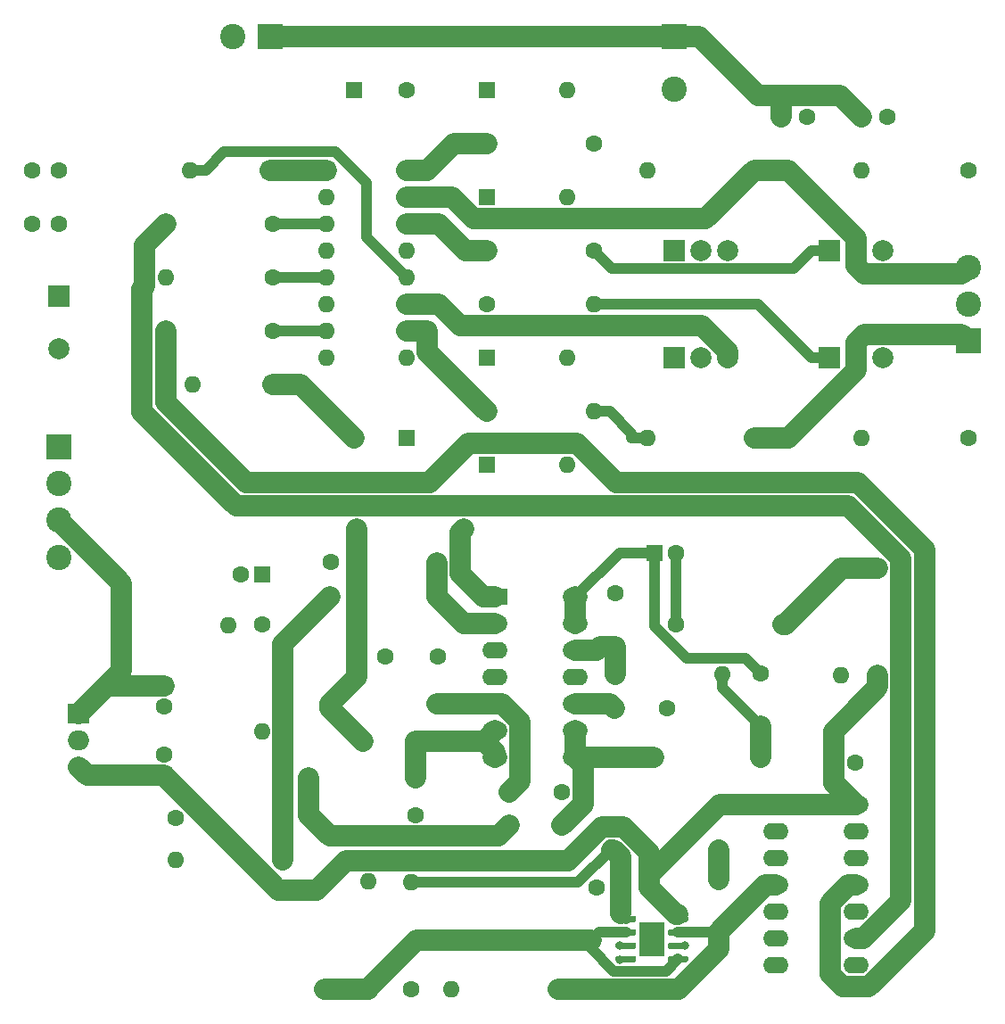
<source format=gtl>
G04 #@! TF.GenerationSoftware,KiCad,Pcbnew,(5.1.10-1-10_14)*
G04 #@! TF.CreationDate,2021-09-10T00:56:05+12:00*
G04 #@! TF.ProjectId,joint_pcb,6a6f696e-745f-4706-9362-2e6b69636164,rev?*
G04 #@! TF.SameCoordinates,Original*
G04 #@! TF.FileFunction,Copper,L1,Top*
G04 #@! TF.FilePolarity,Positive*
%FSLAX46Y46*%
G04 Gerber Fmt 4.6, Leading zero omitted, Abs format (unit mm)*
G04 Created by KiCad (PCBNEW (5.1.10-1-10_14)) date 2021-09-10 00:56:05*
%MOMM*%
%LPD*%
G01*
G04 APERTURE LIST*
G04 #@! TA.AperFunction,ComponentPad*
%ADD10C,2.400000*%
G04 #@! TD*
G04 #@! TA.AperFunction,ComponentPad*
%ADD11R,2.400000X2.400000*%
G04 #@! TD*
G04 #@! TA.AperFunction,ComponentPad*
%ADD12C,1.600000*%
G04 #@! TD*
G04 #@! TA.AperFunction,ComponentPad*
%ADD13R,1.600000X1.600000*%
G04 #@! TD*
G04 #@! TA.AperFunction,ComponentPad*
%ADD14O,1.600000X1.600000*%
G04 #@! TD*
G04 #@! TA.AperFunction,ComponentPad*
%ADD15C,2.000000*%
G04 #@! TD*
G04 #@! TA.AperFunction,ComponentPad*
%ADD16R,2.000000X2.000000*%
G04 #@! TD*
G04 #@! TA.AperFunction,ComponentPad*
%ADD17R,2.400000X1.600000*%
G04 #@! TD*
G04 #@! TA.AperFunction,ComponentPad*
%ADD18O,2.400000X1.600000*%
G04 #@! TD*
G04 #@! TA.AperFunction,SMDPad,CuDef*
%ADD19R,2.410000X3.300000*%
G04 #@! TD*
G04 #@! TA.AperFunction,ComponentPad*
%ADD20C,0.500000*%
G04 #@! TD*
G04 #@! TA.AperFunction,ComponentPad*
%ADD21R,2.000000X1.905000*%
G04 #@! TD*
G04 #@! TA.AperFunction,ComponentPad*
%ADD22O,2.000000X1.905000*%
G04 #@! TD*
G04 #@! TA.AperFunction,ViaPad*
%ADD23C,0.800000*%
G04 #@! TD*
G04 #@! TA.AperFunction,Conductor*
%ADD24C,2.000000*%
G04 #@! TD*
G04 #@! TA.AperFunction,Conductor*
%ADD25C,1.000000*%
G04 #@! TD*
G04 #@! TA.AperFunction,Conductor*
%ADD26C,2.032000*%
G04 #@! TD*
G04 APERTURE END LIST*
D10*
X147320000Y-72700000D03*
X147320000Y-76200000D03*
D11*
X147320000Y-79700000D03*
D12*
X119551200Y-99771200D03*
D13*
X117551200Y-99771200D03*
D14*
X129717800Y-106553000D03*
D12*
X119557800Y-106553000D03*
D10*
X60934600Y-100212800D03*
X60934600Y-96712800D03*
X60934600Y-93212800D03*
D11*
X60934600Y-89712800D03*
D14*
X93980000Y-63500000D03*
X86360000Y-81280000D03*
X93980000Y-66040000D03*
X86360000Y-78740000D03*
X93980000Y-68580000D03*
X86360000Y-76200000D03*
X93980000Y-71120000D03*
X86360000Y-73660000D03*
X93980000Y-73660000D03*
X86360000Y-71120000D03*
X93980000Y-76200000D03*
X86360000Y-68580000D03*
X93980000Y-78740000D03*
X86360000Y-66040000D03*
X93980000Y-81280000D03*
D13*
X86360000Y-63500000D03*
D14*
X111760000Y-86360000D03*
D12*
X101600000Y-86360000D03*
D14*
X111760000Y-76200000D03*
D12*
X101600000Y-76200000D03*
D14*
X116840000Y-88900000D03*
D12*
X127000000Y-88900000D03*
D14*
X137160000Y-88900000D03*
D12*
X147320000Y-88900000D03*
D14*
X137160000Y-63500000D03*
D12*
X147320000Y-63500000D03*
D14*
X116840000Y-63500000D03*
D12*
X127000000Y-63500000D03*
D14*
X101600000Y-71120000D03*
D12*
X111760000Y-71120000D03*
D14*
X101600000Y-60960000D03*
D12*
X111760000Y-60960000D03*
D14*
X71120000Y-73660000D03*
D12*
X81280000Y-73660000D03*
D14*
X71120000Y-68580000D03*
D12*
X81280000Y-68580000D03*
D14*
X71120000Y-78740000D03*
D12*
X81280000Y-78740000D03*
D15*
X139192000Y-81280000D03*
X136652000Y-81280000D03*
D16*
X134112000Y-81280000D03*
D15*
X124460000Y-81280000D03*
X121920000Y-81280000D03*
D16*
X119380000Y-81280000D03*
D15*
X139192000Y-71120000D03*
X136652000Y-71120000D03*
D16*
X134112000Y-71120000D03*
D15*
X124460000Y-71120000D03*
X121920000Y-71120000D03*
D16*
X119380000Y-71120000D03*
D10*
X77526000Y-50800000D03*
D11*
X81026000Y-50800000D03*
D14*
X109220000Y-91440000D03*
D13*
X101600000Y-91440000D03*
D14*
X109220000Y-81280000D03*
D13*
X101600000Y-81280000D03*
D14*
X109220000Y-66040000D03*
D13*
X101600000Y-66040000D03*
D14*
X109220000Y-55880000D03*
D13*
X101600000Y-55880000D03*
D14*
X73406000Y-63500000D03*
D13*
X81026000Y-63500000D03*
D14*
X73660000Y-83820000D03*
D13*
X81280000Y-83820000D03*
D12*
X132040000Y-58420000D03*
X129540000Y-58420000D03*
X139660000Y-58420000D03*
X137160000Y-58420000D03*
D10*
X119380000Y-55800000D03*
D11*
X119380000Y-50800000D03*
D12*
X93980000Y-55880000D03*
D13*
X88980000Y-55880000D03*
D12*
X88980000Y-88900000D03*
D13*
X93980000Y-88900000D03*
D12*
X58460000Y-68580000D03*
X60960000Y-68580000D03*
X58460000Y-63500000D03*
X60960000Y-63500000D03*
D15*
X60960000Y-80438000D03*
D16*
X60960000Y-75438000D03*
D13*
X70942200Y-112395000D03*
D12*
X70942200Y-114395000D03*
X70942200Y-118929400D03*
D13*
X70942200Y-120929400D03*
D14*
X99441000Y-97510600D03*
D12*
X89281000Y-97510600D03*
D14*
X96951800Y-100660200D03*
D12*
X86791800Y-100660200D03*
X86741000Y-103962200D03*
D14*
X96901000Y-103962200D03*
D12*
X113817400Y-111328200D03*
D14*
X123977400Y-111328200D03*
D12*
X89839800Y-117678200D03*
X94839800Y-117678200D03*
X103759000Y-125653800D03*
X108759000Y-125653800D03*
X127584200Y-116205000D03*
X127584200Y-111205000D03*
D13*
X80264000Y-101854000D03*
D12*
X78264000Y-101854000D03*
X103737400Y-122504200D03*
X108737400Y-122504200D03*
X113745000Y-114528600D03*
X118745000Y-114528600D03*
X113817400Y-103657400D03*
X113817400Y-108657400D03*
X123596400Y-135788400D03*
X123596400Y-130788400D03*
D17*
X129006600Y-123723400D03*
D18*
X136626600Y-138963400D03*
X129006600Y-126263400D03*
X136626600Y-136423400D03*
X129006600Y-128803400D03*
X136626600Y-133883400D03*
X129006600Y-131343400D03*
X136626600Y-131343400D03*
X129006600Y-133883400D03*
X136626600Y-128803400D03*
X129006600Y-136423400D03*
X136626600Y-126263400D03*
X129006600Y-138963400D03*
X136626600Y-123723400D03*
G04 #@! TA.AperFunction,SMDPad,CuDef*
G36*
G01*
X113847200Y-134693800D02*
X113847200Y-134393800D01*
G75*
G02*
X113997200Y-134243800I150000J0D01*
G01*
X115647200Y-134243800D01*
G75*
G02*
X115797200Y-134393800I0J-150000D01*
G01*
X115797200Y-134693800D01*
G75*
G02*
X115647200Y-134843800I-150000J0D01*
G01*
X113997200Y-134843800D01*
G75*
G02*
X113847200Y-134693800I0J150000D01*
G01*
G37*
G04 #@! TD.AperFunction*
G04 #@! TA.AperFunction,SMDPad,CuDef*
G36*
G01*
X113847200Y-135963800D02*
X113847200Y-135663800D01*
G75*
G02*
X113997200Y-135513800I150000J0D01*
G01*
X115647200Y-135513800D01*
G75*
G02*
X115797200Y-135663800I0J-150000D01*
G01*
X115797200Y-135963800D01*
G75*
G02*
X115647200Y-136113800I-150000J0D01*
G01*
X113997200Y-136113800D01*
G75*
G02*
X113847200Y-135963800I0J150000D01*
G01*
G37*
G04 #@! TD.AperFunction*
G04 #@! TA.AperFunction,SMDPad,CuDef*
G36*
G01*
X113847200Y-137233800D02*
X113847200Y-136933800D01*
G75*
G02*
X113997200Y-136783800I150000J0D01*
G01*
X115647200Y-136783800D01*
G75*
G02*
X115797200Y-136933800I0J-150000D01*
G01*
X115797200Y-137233800D01*
G75*
G02*
X115647200Y-137383800I-150000J0D01*
G01*
X113997200Y-137383800D01*
G75*
G02*
X113847200Y-137233800I0J150000D01*
G01*
G37*
G04 #@! TD.AperFunction*
G04 #@! TA.AperFunction,SMDPad,CuDef*
G36*
G01*
X113847200Y-138503800D02*
X113847200Y-138203800D01*
G75*
G02*
X113997200Y-138053800I150000J0D01*
G01*
X115647200Y-138053800D01*
G75*
G02*
X115797200Y-138203800I0J-150000D01*
G01*
X115797200Y-138503800D01*
G75*
G02*
X115647200Y-138653800I-150000J0D01*
G01*
X113997200Y-138653800D01*
G75*
G02*
X113847200Y-138503800I0J150000D01*
G01*
G37*
G04 #@! TD.AperFunction*
G04 #@! TA.AperFunction,SMDPad,CuDef*
G36*
G01*
X118797200Y-138503800D02*
X118797200Y-138203800D01*
G75*
G02*
X118947200Y-138053800I150000J0D01*
G01*
X120597200Y-138053800D01*
G75*
G02*
X120747200Y-138203800I0J-150000D01*
G01*
X120747200Y-138503800D01*
G75*
G02*
X120597200Y-138653800I-150000J0D01*
G01*
X118947200Y-138653800D01*
G75*
G02*
X118797200Y-138503800I0J150000D01*
G01*
G37*
G04 #@! TD.AperFunction*
G04 #@! TA.AperFunction,SMDPad,CuDef*
G36*
G01*
X118797200Y-137233800D02*
X118797200Y-136933800D01*
G75*
G02*
X118947200Y-136783800I150000J0D01*
G01*
X120597200Y-136783800D01*
G75*
G02*
X120747200Y-136933800I0J-150000D01*
G01*
X120747200Y-137233800D01*
G75*
G02*
X120597200Y-137383800I-150000J0D01*
G01*
X118947200Y-137383800D01*
G75*
G02*
X118797200Y-137233800I0J150000D01*
G01*
G37*
G04 #@! TD.AperFunction*
G04 #@! TA.AperFunction,SMDPad,CuDef*
G36*
G01*
X118797200Y-135963800D02*
X118797200Y-135663800D01*
G75*
G02*
X118947200Y-135513800I150000J0D01*
G01*
X120597200Y-135513800D01*
G75*
G02*
X120747200Y-135663800I0J-150000D01*
G01*
X120747200Y-135963800D01*
G75*
G02*
X120597200Y-136113800I-150000J0D01*
G01*
X118947200Y-136113800D01*
G75*
G02*
X118797200Y-135963800I0J150000D01*
G01*
G37*
G04 #@! TD.AperFunction*
G04 #@! TA.AperFunction,SMDPad,CuDef*
G36*
G01*
X118797200Y-134693800D02*
X118797200Y-134393800D01*
G75*
G02*
X118947200Y-134243800I150000J0D01*
G01*
X120597200Y-134243800D01*
G75*
G02*
X120747200Y-134393800I0J-150000D01*
G01*
X120747200Y-134693800D01*
G75*
G02*
X120597200Y-134843800I-150000J0D01*
G01*
X118947200Y-134843800D01*
G75*
G02*
X118797200Y-134693800I0J150000D01*
G01*
G37*
G04 #@! TD.AperFunction*
D19*
X117297200Y-136448800D03*
D20*
X116597200Y-135248800D03*
X117997200Y-135248800D03*
X116597200Y-136448800D03*
X117997200Y-136448800D03*
X116597200Y-137648800D03*
X117997200Y-137648800D03*
D14*
X77063600Y-106629200D03*
D12*
X66903600Y-106629200D03*
X96901000Y-114122200D03*
D14*
X86741000Y-114122200D03*
D12*
X80238600Y-106553000D03*
D14*
X80238600Y-116713000D03*
X138734800Y-101269800D03*
D12*
X138734800Y-111429800D03*
D14*
X94869000Y-121132600D03*
D12*
X84709000Y-121132600D03*
X94869000Y-124663200D03*
D14*
X84709000Y-124663200D03*
D12*
X127584200Y-119202200D03*
D14*
X117424200Y-119202200D03*
X135229600Y-111429800D03*
D12*
X135229600Y-101269800D03*
X123596400Y-127762000D03*
D14*
X113436400Y-127762000D03*
D12*
X94411800Y-141198600D03*
D14*
X94411800Y-131038600D03*
X98196400Y-141198600D03*
D12*
X108356400Y-141198600D03*
D14*
X86233000Y-141173200D03*
D12*
X86233000Y-131013200D03*
X90347800Y-141147800D03*
D14*
X90347800Y-130987800D03*
D18*
X110007400Y-103962200D03*
X102387400Y-119202200D03*
X110007400Y-106502200D03*
X102387400Y-116662200D03*
X110007400Y-109042200D03*
X102387400Y-114122200D03*
X110007400Y-111582200D03*
X102387400Y-111582200D03*
X110007400Y-114122200D03*
X102387400Y-109042200D03*
X110007400Y-116662200D03*
X102387400Y-106502200D03*
X110007400Y-119202200D03*
D17*
X102387400Y-103962200D03*
D21*
X62865000Y-115036600D03*
D22*
X62865000Y-117576600D03*
X62865000Y-120116600D03*
D14*
X82228001Y-124994401D03*
D12*
X72068001Y-124994401D03*
X82219800Y-128955800D03*
D14*
X72059800Y-128955800D03*
D12*
X96951800Y-109601000D03*
X91951800Y-109601000D03*
X136550400Y-119731800D03*
X136550400Y-114731800D03*
X117014000Y-131521200D03*
X112014000Y-131521200D03*
D23*
X114198400Y-138379200D03*
X120396000Y-137058400D03*
X114223800Y-137083800D03*
D24*
X94869000Y-117707400D02*
X94839800Y-117678200D01*
X101371400Y-117678200D02*
X102387400Y-116662200D01*
X94839800Y-117678200D02*
X101371400Y-117678200D01*
X102387400Y-118694200D02*
X101371400Y-117678200D01*
X102387400Y-119202200D02*
X102387400Y-118694200D01*
X94869000Y-121132600D02*
X94869000Y-117707400D01*
D25*
X60934600Y-96545400D02*
X60934600Y-96712800D01*
D24*
X119380000Y-50800000D02*
X121780300Y-50800000D01*
X129540000Y-56362200D02*
X129540000Y-58420000D01*
X121780300Y-50800000D02*
X127342500Y-56362200D01*
X127342500Y-56362200D02*
X129540000Y-56362200D01*
X137160000Y-58420000D02*
X135102200Y-56362200D01*
X135102200Y-56362200D02*
X129540000Y-56362200D01*
D26*
X81026000Y-50800000D02*
X119380000Y-50800000D01*
D24*
X65506601Y-112394999D02*
X70942200Y-112394999D01*
X62865000Y-115036600D02*
X65506601Y-112394999D01*
X66903600Y-110998000D02*
X62865000Y-115036600D01*
X66903600Y-106629200D02*
X66903600Y-110998000D01*
X66903600Y-102681800D02*
X66903600Y-106629200D01*
X60934600Y-96712800D02*
X66903600Y-102681800D01*
X117014000Y-131521200D02*
X119581190Y-134088390D01*
X119581190Y-134088390D02*
X119772200Y-134088390D01*
X63677800Y-120929400D02*
X70942200Y-120929400D01*
X62865000Y-120116600D02*
X63677800Y-120929400D01*
X129006600Y-123723400D02*
X136626600Y-123723400D01*
X117014000Y-130389830D02*
X117014000Y-131521200D01*
X123680430Y-123723400D02*
X117014000Y-130389830D01*
X129006600Y-123723400D02*
X123680430Y-123723400D01*
X112525127Y-125761999D02*
X114547682Y-125761999D01*
X109299327Y-128987799D02*
X112525127Y-125761999D01*
X114547682Y-125761999D02*
X117014000Y-128228317D01*
X88258401Y-128987799D02*
X109299327Y-128987799D01*
X117014000Y-128228317D02*
X117014000Y-131521200D01*
X86233000Y-131013200D02*
X88258401Y-128987799D01*
X81825999Y-131813199D02*
X85433001Y-131813199D01*
X85433001Y-131813199D02*
X86233000Y-131013200D01*
X70942200Y-120929400D02*
X81825999Y-131813199D01*
X138734800Y-112547400D02*
X136550400Y-114731800D01*
X138734800Y-111429800D02*
X138734800Y-112547400D01*
X134550399Y-121647199D02*
X136626600Y-123723400D01*
X134550399Y-116731801D02*
X134550399Y-121647199D01*
X136550400Y-114731800D02*
X134550399Y-116731801D01*
X96901000Y-114122200D02*
X102387400Y-114122200D01*
X104787410Y-115833769D02*
X103075841Y-114122200D01*
X104787410Y-121454190D02*
X104787410Y-115833769D01*
X103075841Y-114122200D02*
X102387400Y-114122200D01*
X103737400Y-122504200D02*
X104787410Y-121454190D01*
X113338600Y-114122200D02*
X113745000Y-114528600D01*
X110007400Y-114122200D02*
X113338600Y-114122200D01*
X112379390Y-108702210D02*
X113817400Y-108702210D01*
X112039400Y-109042200D02*
X112379390Y-108702210D01*
X110007400Y-109042200D02*
X112039400Y-109042200D01*
X111531400Y-109042200D02*
X110007400Y-109042200D01*
X113817400Y-111328200D02*
X113817400Y-108702210D01*
X81280000Y-83820000D02*
X83900000Y-83820000D01*
X83900000Y-83820000D02*
X88980000Y-88900000D01*
X81026000Y-63500000D02*
X86360000Y-63500000D01*
X93980000Y-63500000D02*
X95980300Y-63500000D01*
X101600000Y-60960000D02*
X98520300Y-60960000D01*
X98520300Y-60960000D02*
X95980300Y-63500000D01*
D25*
X134112000Y-71120000D02*
X132411700Y-71120000D01*
X111760000Y-71120000D02*
X113460300Y-72820300D01*
X113460300Y-72820300D02*
X130711400Y-72820300D01*
X130711400Y-72820300D02*
X132411700Y-71120000D01*
D24*
X101600000Y-71120000D02*
X99599700Y-71120000D01*
X99599700Y-71120000D02*
X97059700Y-68580000D01*
X97059700Y-68580000D02*
X93980000Y-68580000D01*
D25*
X134112000Y-81280000D02*
X132411700Y-81280000D01*
X132411700Y-81280000D02*
X127331700Y-76200000D01*
X127331700Y-76200000D02*
X111760000Y-76200000D01*
X116840000Y-88900000D02*
X115339700Y-88900000D01*
X111760000Y-86360000D02*
X113260300Y-86360000D01*
X115339700Y-88900000D02*
X115339700Y-88439400D01*
X115339700Y-88439400D02*
X113260300Y-86360000D01*
D24*
X93980000Y-78740000D02*
X95980300Y-78740000D01*
X101600000Y-86360000D02*
X95980300Y-80740300D01*
X95980300Y-80740300D02*
X95980300Y-78740000D01*
X86233000Y-141173200D02*
X90322400Y-141173200D01*
X90347800Y-141147800D02*
X94908860Y-136586740D01*
X94908860Y-136586740D02*
X111545860Y-136586740D01*
D25*
X112318800Y-135813800D02*
X111545860Y-136586740D01*
X114822200Y-135813800D02*
X112318800Y-135813800D01*
X118646799Y-139479201D02*
X119772200Y-138353800D01*
X113670399Y-139479201D02*
X118646799Y-139479201D01*
X111545860Y-137354662D02*
X113670399Y-139479201D01*
X111545860Y-136586740D02*
X111545860Y-137354662D01*
D24*
X135229600Y-101269800D02*
X138734800Y-101269800D01*
X129946400Y-106553000D02*
X135229600Y-101269800D01*
X129717800Y-106553000D02*
X129946400Y-106553000D01*
X82238601Y-124577401D02*
X82238601Y-108464599D01*
X82238601Y-108464599D02*
X86741000Y-103962200D01*
X82228001Y-128947599D02*
X82219800Y-128955800D01*
X82228001Y-124994401D02*
X82228001Y-128947599D01*
D25*
X81280000Y-78740000D02*
X86360000Y-78740000D01*
X81280000Y-68580000D02*
X86360000Y-68580000D01*
X81280000Y-73660000D02*
X86360000Y-73660000D01*
D24*
X93980000Y-76200000D02*
X97005300Y-76200000D01*
X97005300Y-76200000D02*
X99045300Y-78240000D01*
X99045300Y-78240000D02*
X122002000Y-78240000D01*
X122002000Y-78240000D02*
X124460000Y-80698000D01*
X124460000Y-80698000D02*
X124460000Y-81280000D01*
X127000000Y-88900000D02*
X130209400Y-88900000D01*
X130209400Y-88900000D02*
X136652000Y-82457400D01*
X136652000Y-82457400D02*
X136652000Y-81280000D01*
X137437788Y-79079999D02*
X146699999Y-79079999D01*
X146699999Y-79079999D02*
X147320000Y-79700000D01*
X136652000Y-79865787D02*
X137437788Y-79079999D01*
X136652000Y-81280000D02*
X136652000Y-79865787D01*
X93980000Y-66040000D02*
X98302500Y-66040000D01*
X98302500Y-66040000D02*
X100362900Y-68100400D01*
X100362900Y-68100400D02*
X122399600Y-68100400D01*
X122399600Y-68100400D02*
X127000000Y-63500000D01*
X127000000Y-63500000D02*
X130209400Y-63500000D01*
X130209400Y-63500000D02*
X136652000Y-69942600D01*
X136652000Y-69942600D02*
X136652000Y-71120000D01*
X146699999Y-73320001D02*
X147320000Y-72700000D01*
X137437788Y-73320001D02*
X146699999Y-73320001D01*
X136652000Y-72534213D02*
X137437788Y-73320001D01*
X136652000Y-71120000D02*
X136652000Y-72534213D01*
D25*
X73406000Y-63500000D02*
X74906300Y-63500000D01*
X74906300Y-63500000D02*
X76659900Y-61746400D01*
X76659900Y-61746400D02*
X87224200Y-61746400D01*
X87224200Y-61746400D02*
X90170000Y-64692200D01*
X90170000Y-64692200D02*
X90170000Y-69850000D01*
X90170000Y-69850000D02*
X93980000Y-73660000D01*
D24*
X86741000Y-114579400D02*
X89839800Y-117678200D01*
X86741000Y-114122200D02*
X86741000Y-114579400D01*
X89281000Y-111582200D02*
X89281000Y-97510600D01*
X86741000Y-114122200D02*
X89281000Y-111582200D01*
X110737401Y-119932201D02*
X110007400Y-119202200D01*
X110737401Y-123675399D02*
X110737401Y-119932201D01*
X108759000Y-125653800D02*
X110737401Y-123675399D01*
X110007400Y-116662200D02*
X110007400Y-119202200D01*
X110007400Y-119202200D02*
X117424200Y-119202200D01*
X110007400Y-103962200D02*
X110007400Y-106502200D01*
D25*
X114198400Y-99771200D02*
X117551200Y-99771200D01*
X110007400Y-103962200D02*
X114198400Y-99771200D01*
X126207399Y-109828199D02*
X127584200Y-111205000D01*
X120612997Y-109828199D02*
X126207399Y-109828199D01*
X117551200Y-106766402D02*
X120612997Y-109828199D01*
X117551200Y-99771200D02*
X117551200Y-106766402D01*
D24*
X127584200Y-116205000D02*
X127584200Y-119202200D01*
D25*
X123977400Y-112598200D02*
X127584200Y-116205000D01*
X123977400Y-111328200D02*
X123977400Y-112598200D01*
X123571000Y-135813800D02*
X123596400Y-135788400D01*
X119772200Y-135813800D02*
X123571000Y-135813800D01*
D24*
X128041400Y-131343400D02*
X129006600Y-131343400D01*
X123596400Y-135788400D02*
X128041400Y-131343400D01*
X123596400Y-137413804D02*
X123596400Y-135788400D01*
X119811604Y-141198600D02*
X123596400Y-137413804D01*
X108356400Y-141198600D02*
X119811604Y-141198600D01*
X123596400Y-130788400D02*
X123596400Y-127962009D01*
D25*
X114288800Y-134010400D02*
X114822200Y-134543800D01*
D24*
X113636409Y-127962009D02*
X113436400Y-127962009D01*
X114288800Y-128614400D02*
X113636409Y-127962009D01*
X114288800Y-134010400D02*
X114288800Y-128614400D01*
D25*
X113436400Y-127878798D02*
X113436400Y-127762000D01*
X110276598Y-131038600D02*
X113436400Y-127878798D01*
X94411800Y-131038600D02*
X110276598Y-131038600D01*
D26*
X134210590Y-133048342D02*
X135915532Y-131343400D01*
X134210590Y-139798458D02*
X134210590Y-133048342D01*
X135391542Y-140979410D02*
X134210590Y-139798458D01*
X135915532Y-131343400D02*
X136626600Y-131343400D01*
X137861658Y-140979410D02*
X135391542Y-140979410D01*
X113858262Y-93094580D02*
X136804774Y-93094580D01*
X110187681Y-89423999D02*
X113858262Y-93094580D01*
X96156618Y-93094580D02*
X99827199Y-89423999D01*
X143150820Y-135690248D02*
X137861658Y-140979410D01*
X99827199Y-89423999D02*
X110187681Y-89423999D01*
X78727890Y-93094580D02*
X96156618Y-93094580D01*
X143150820Y-99440626D02*
X143150820Y-135690248D01*
X136804774Y-93094580D02*
X143150820Y-99440626D01*
X71120000Y-85486690D02*
X78727890Y-93094580D01*
X71120000Y-78740000D02*
X71120000Y-85486690D01*
D24*
X140934810Y-100358527D02*
X135886873Y-95310590D01*
X140934810Y-132803631D02*
X140934810Y-100358527D01*
X137315041Y-136423400D02*
X140934810Y-132803631D01*
X136626600Y-136423400D02*
X137315041Y-136423400D01*
X135886873Y-95310590D02*
X77809990Y-95310590D01*
X68887991Y-86411219D02*
X68834419Y-86411219D01*
D26*
X77787362Y-95310590D02*
X77809990Y-95310590D01*
X68887991Y-86411219D02*
X77787362Y-95310590D01*
D24*
X69119999Y-70580001D02*
X71120000Y-68580000D01*
X69119999Y-74491601D02*
X69119999Y-70580001D01*
X68887991Y-74723609D02*
X69119999Y-74491601D01*
X68887991Y-86411219D02*
X68887991Y-74723609D01*
X84709000Y-121132600D02*
X84709000Y-124663200D01*
X102749599Y-126663201D02*
X103759000Y-125653800D01*
X86709001Y-126663201D02*
X102749599Y-126663201D01*
X84709000Y-124663200D02*
X86709001Y-126663201D01*
D25*
X119551200Y-106546400D02*
X119557800Y-106553000D01*
X119551200Y-99771200D02*
X119551200Y-106546400D01*
D24*
X99101010Y-101793410D02*
X99101010Y-97850590D01*
X101269800Y-103962200D02*
X99101010Y-101793410D01*
X99101010Y-97850590D02*
X99441000Y-97510600D01*
X102387400Y-103962200D02*
X101269800Y-103962200D01*
X96901000Y-103962200D02*
X96901000Y-100711000D01*
X99441000Y-106502200D02*
X96901000Y-103962200D01*
X102387400Y-106502200D02*
X99441000Y-106502200D01*
M02*

</source>
